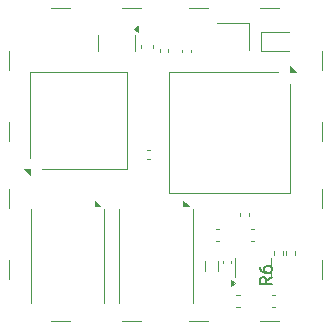
<source format=gbr>
%TF.GenerationSoftware,KiCad,Pcbnew,8.0.4*%
%TF.CreationDate,2024-10-13T16:20:41+07:00*%
%TF.ProjectId,siplex-som-s16,7369706c-6578-42d7-936f-6d2d7331362e,rev?*%
%TF.SameCoordinates,Original*%
%TF.FileFunction,Legend,Top*%
%TF.FilePolarity,Positive*%
%FSLAX46Y46*%
G04 Gerber Fmt 4.6, Leading zero omitted, Abs format (unit mm)*
G04 Created by KiCad (PCBNEW 8.0.4) date 2024-10-13 16:20:41*
%MOMM*%
%LPD*%
G01*
G04 APERTURE LIST*
%ADD10C,0.150000*%
%ADD11C,0.120000*%
G04 APERTURE END LIST*
D10*
X149341019Y-107581266D02*
X148864828Y-107914599D01*
X149341019Y-108152694D02*
X148341019Y-108152694D01*
X148341019Y-108152694D02*
X148341019Y-107771742D01*
X148341019Y-107771742D02*
X148388638Y-107676504D01*
X148388638Y-107676504D02*
X148436257Y-107628885D01*
X148436257Y-107628885D02*
X148531495Y-107581266D01*
X148531495Y-107581266D02*
X148674352Y-107581266D01*
X148674352Y-107581266D02*
X148769590Y-107628885D01*
X148769590Y-107628885D02*
X148817209Y-107676504D01*
X148817209Y-107676504D02*
X148864828Y-107771742D01*
X148864828Y-107771742D02*
X148864828Y-108152694D01*
X148341019Y-106724123D02*
X148341019Y-106914599D01*
X148341019Y-106914599D02*
X148388638Y-107009837D01*
X148388638Y-107009837D02*
X148436257Y-107057456D01*
X148436257Y-107057456D02*
X148579114Y-107152694D01*
X148579114Y-107152694D02*
X148769590Y-107200313D01*
X148769590Y-107200313D02*
X149150542Y-107200313D01*
X149150542Y-107200313D02*
X149245780Y-107152694D01*
X149245780Y-107152694D02*
X149293400Y-107105075D01*
X149293400Y-107105075D02*
X149341019Y-107009837D01*
X149341019Y-107009837D02*
X149341019Y-106819361D01*
X149341019Y-106819361D02*
X149293400Y-106724123D01*
X149293400Y-106724123D02*
X149245780Y-106676504D01*
X149245780Y-106676504D02*
X149150542Y-106628885D01*
X149150542Y-106628885D02*
X148912447Y-106628885D01*
X148912447Y-106628885D02*
X148817209Y-106676504D01*
X148817209Y-106676504D02*
X148769590Y-106724123D01*
X148769590Y-106724123D02*
X148721971Y-106819361D01*
X148721971Y-106819361D02*
X148721971Y-107009837D01*
X148721971Y-107009837D02*
X148769590Y-107105075D01*
X148769590Y-107105075D02*
X148817209Y-107152694D01*
X148817209Y-107152694D02*
X148912447Y-107200313D01*
D11*
%TO.C,C36*%
X144869780Y-103477600D02*
X144588620Y-103477600D01*
X144869780Y-104497600D02*
X144588620Y-104497600D01*
%TO.C,U5*%
X136412200Y-101804600D02*
X136412200Y-109804600D01*
X142632200Y-101814600D02*
X142632200Y-109804600D01*
X142312200Y-101574600D02*
X141832200Y-101574600D01*
X141832200Y-101094600D01*
X142312200Y-101574600D01*
G36*
X142312200Y-101574600D02*
G01*
X141832200Y-101574600D01*
X141832200Y-101094600D01*
X142312200Y-101574600D01*
G37*
%TO.C,C1*%
X138995036Y-96820400D02*
X138779364Y-96820400D01*
X138995036Y-97540400D02*
X138779364Y-97540400D01*
%TO.C,C40*%
X141753000Y-88309564D02*
X141753000Y-88525236D01*
X142473000Y-88309564D02*
X142473000Y-88525236D01*
%TO.C,U1*%
X140660600Y-90231200D02*
X149880600Y-90231200D01*
X140660600Y-100451200D02*
X140660600Y-90231200D01*
X150880600Y-91231200D02*
X150880600Y-100451200D01*
X150880600Y-100451200D02*
X140660600Y-100451200D01*
X151380600Y-90231200D02*
X150880600Y-90231200D01*
X150880600Y-89731200D01*
X151380600Y-90231200D01*
G36*
X151380600Y-90231200D02*
G01*
X150880600Y-90231200D01*
X150880600Y-89731200D01*
X151380600Y-90231200D01*
G37*
%TO.C,R8*%
X150521400Y-105383359D02*
X150521400Y-105690641D01*
X151281400Y-105383359D02*
X151281400Y-105690641D01*
%TO.C,C2*%
X146680600Y-102152564D02*
X146680600Y-102368236D01*
X147400600Y-102152564D02*
X147400600Y-102368236D01*
%TO.C,U3*%
X128919200Y-101804600D02*
X128919200Y-109804600D01*
X135139200Y-101814600D02*
X135139200Y-109804600D01*
X134819200Y-101574600D02*
X134339200Y-101574600D01*
X134339200Y-101094600D01*
X134819200Y-101574600D01*
G36*
X134819200Y-101574600D02*
G01*
X134339200Y-101574600D01*
X134339200Y-101094600D01*
X134819200Y-101574600D01*
G37*
%TO.C,J1*%
X127055800Y-88436800D02*
X127055800Y-90036800D01*
X127055800Y-94436800D02*
X127055800Y-96036800D01*
X127055800Y-100106800D02*
X127055800Y-101706800D01*
X127055800Y-106106800D02*
X127055800Y-107706800D01*
X132275800Y-84816800D02*
X130675800Y-84816800D01*
X132275800Y-111326800D02*
X130675800Y-111326800D01*
X138275800Y-84816800D02*
X136675800Y-84816800D01*
X138275800Y-111326800D02*
X136675800Y-111326800D01*
X143945800Y-84816800D02*
X142345800Y-84816800D01*
X143945800Y-111326800D02*
X142345800Y-111326800D01*
X149945800Y-84816800D02*
X148345800Y-84816800D01*
X149945800Y-111326800D02*
X148345800Y-111326800D01*
X153565800Y-88436800D02*
X153565800Y-90036800D01*
X153565800Y-94436800D02*
X153565800Y-96036800D01*
X153565800Y-100106800D02*
X153565800Y-101706800D01*
X153565800Y-106106800D02*
X153565800Y-107706800D01*
%TO.C,U2*%
X128884400Y-90231200D02*
X137104400Y-90231200D01*
X128884400Y-97451200D02*
X128884400Y-90231200D01*
X137104400Y-90231200D02*
X137104400Y-98451200D01*
X137104400Y-98451200D02*
X129884400Y-98451200D01*
X128884400Y-98951200D02*
X128384400Y-98451200D01*
X128884400Y-98451200D01*
X128884400Y-98951200D01*
G36*
X128884400Y-98951200D02*
G01*
X128384400Y-98451200D01*
X128884400Y-98451200D01*
X128884400Y-98951200D01*
G37*
%TO.C,Y2*%
X148435400Y-86803400D02*
X148435400Y-88403400D01*
X148435400Y-88403400D02*
X150835400Y-88403400D01*
X150835400Y-86803400D02*
X148435400Y-86803400D01*
%TO.C,L2*%
X143686600Y-107028822D02*
X143686600Y-106229578D01*
X144806600Y-107028822D02*
X144806600Y-106229578D01*
%TO.C,D1*%
X134609400Y-87757000D02*
X134609400Y-87107000D01*
X134609400Y-87757000D02*
X134609400Y-88407000D01*
X137729400Y-87757000D02*
X137729400Y-87107000D01*
X137729400Y-87757000D02*
X137729400Y-88407000D01*
X138009400Y-86834500D02*
X137679400Y-86594500D01*
X138009400Y-86354500D01*
X138009400Y-86834500D01*
G36*
X138009400Y-86834500D02*
G01*
X137679400Y-86594500D01*
X138009400Y-86354500D01*
X138009400Y-86834500D01*
G37*
%TO.C,C44*%
X147592620Y-103488700D02*
X147873780Y-103488700D01*
X147592620Y-104508700D02*
X147873780Y-104508700D01*
%TO.C,R7*%
X149556200Y-105383359D02*
X149556200Y-105690641D01*
X150316200Y-105383359D02*
X150316200Y-105690641D01*
%TO.C,C34*%
X149336220Y-109076700D02*
X149617380Y-109076700D01*
X149336220Y-110096700D02*
X149617380Y-110096700D01*
%TO.C,C42*%
X146622380Y-109076700D02*
X146341220Y-109076700D01*
X146622380Y-110096700D02*
X146341220Y-110096700D01*
%TO.C,C10*%
X138250200Y-88202380D02*
X138250200Y-87921220D01*
X139270200Y-88202380D02*
X139270200Y-87921220D01*
%TO.C,Y1*%
X147441600Y-86078200D02*
X144741600Y-86078200D01*
X147441600Y-88378200D02*
X147441600Y-86078200D01*
%TO.C,C8*%
X139873400Y-88499836D02*
X139873400Y-88284164D01*
X140593400Y-88499836D02*
X140593400Y-88284164D01*
%TO.C,U7*%
X146191800Y-106787100D02*
X146191800Y-105987100D01*
X146191800Y-106787100D02*
X146191800Y-107587100D01*
X149311800Y-106787100D02*
X149311800Y-105987100D01*
X149311800Y-106787100D02*
X149311800Y-107587100D01*
X146241800Y-108087100D02*
X145911800Y-108327100D01*
X145911800Y-107847100D01*
X146241800Y-108087100D01*
G36*
X146241800Y-108087100D02*
G01*
X145911800Y-108327100D01*
X145911800Y-107847100D01*
X146241800Y-108087100D01*
G37*
%TO.C,C43*%
X145207400Y-106199264D02*
X145207400Y-106414936D01*
X145927400Y-106199264D02*
X145927400Y-106414936D01*
%TD*%
M02*

</source>
